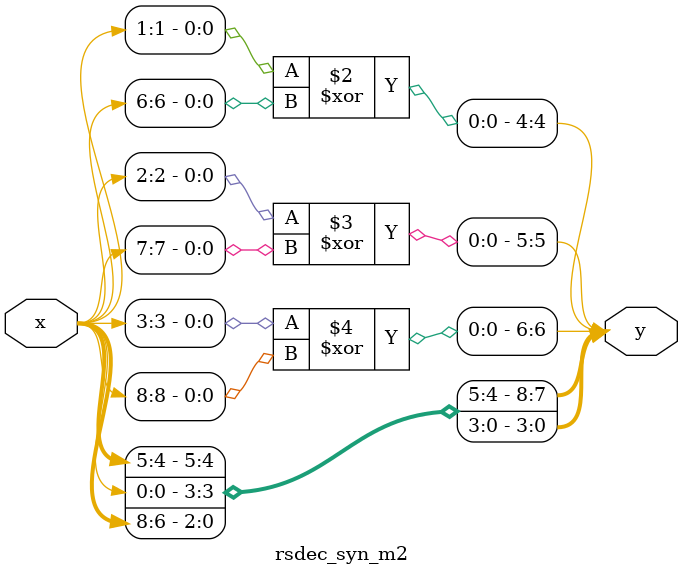
<source format=v>
module rsdec_syn_m2 (y, x);
	input [8:0] x;
	output [8:0] y;
	reg [8:0] y;
	always @ (x)
	begin
		y[0] = x[6];
		y[1] = x[7];
		y[2] = x[8];
		y[3] = x[0];
		y[4] = x[1] ^ x[6];
		y[5] = x[2] ^ x[7];
		y[6] = x[3] ^ x[8];
		y[7] = x[4];
		y[8] = x[5];
	end
endmodule
</source>
